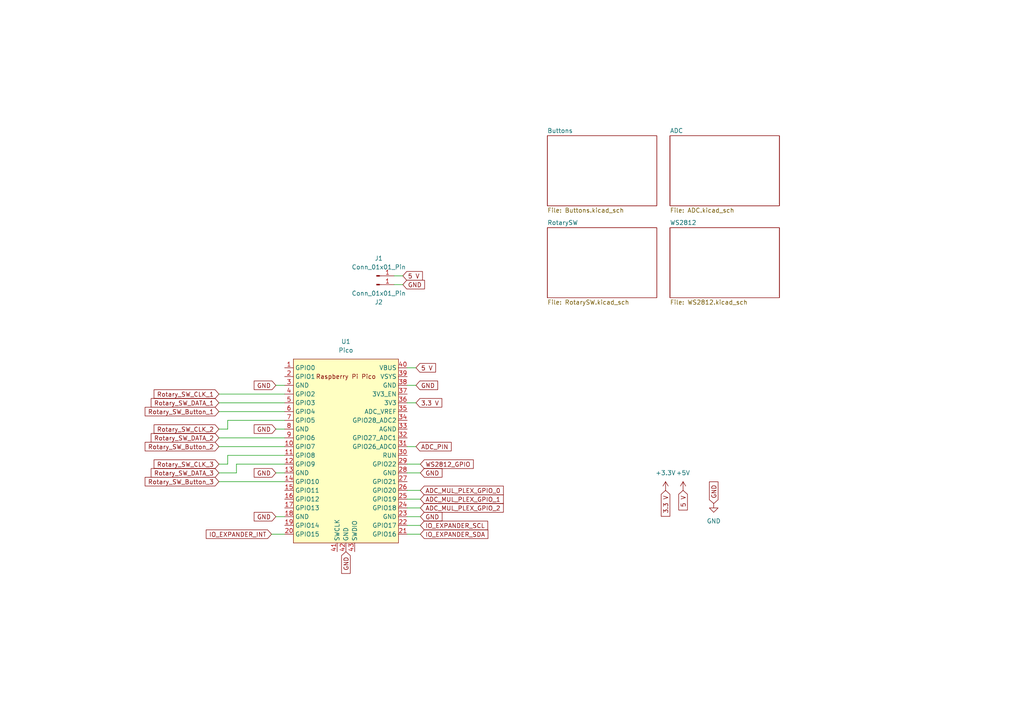
<source format=kicad_sch>
(kicad_sch
	(version 20231120)
	(generator "eeschema")
	(generator_version "8.0")
	(uuid "b764235d-842d-41df-960a-a32e4258c2ec")
	(paper "A4")
	(lib_symbols
		(symbol "Connector:Conn_01x01_Pin"
			(pin_names
				(offset 1.016) hide)
			(exclude_from_sim no)
			(in_bom yes)
			(on_board yes)
			(property "Reference" "J"
				(at 0 2.54 0)
				(effects
					(font
						(size 1.27 1.27)
					)
				)
			)
			(property "Value" "Conn_01x01_Pin"
				(at 0 -2.54 0)
				(effects
					(font
						(size 1.27 1.27)
					)
				)
			)
			(property "Footprint" ""
				(at 0 0 0)
				(effects
					(font
						(size 1.27 1.27)
					)
					(hide yes)
				)
			)
			(property "Datasheet" "~"
				(at 0 0 0)
				(effects
					(font
						(size 1.27 1.27)
					)
					(hide yes)
				)
			)
			(property "Description" "Generic connector, single row, 01x01, script generated"
				(at 0 0 0)
				(effects
					(font
						(size 1.27 1.27)
					)
					(hide yes)
				)
			)
			(property "ki_locked" ""
				(at 0 0 0)
				(effects
					(font
						(size 1.27 1.27)
					)
				)
			)
			(property "ki_keywords" "connector"
				(at 0 0 0)
				(effects
					(font
						(size 1.27 1.27)
					)
					(hide yes)
				)
			)
			(property "ki_fp_filters" "Connector*:*_1x??_*"
				(at 0 0 0)
				(effects
					(font
						(size 1.27 1.27)
					)
					(hide yes)
				)
			)
			(symbol "Conn_01x01_Pin_1_1"
				(polyline
					(pts
						(xy 1.27 0) (xy 0.8636 0)
					)
					(stroke
						(width 0.1524)
						(type default)
					)
					(fill
						(type none)
					)
				)
				(rectangle
					(start 0.8636 0.127)
					(end 0 -0.127)
					(stroke
						(width 0.1524)
						(type default)
					)
					(fill
						(type outline)
					)
				)
				(pin passive line
					(at 5.08 0 180)
					(length 3.81)
					(name "Pin_1"
						(effects
							(font
								(size 1.27 1.27)
							)
						)
					)
					(number "1"
						(effects
							(font
								(size 1.27 1.27)
							)
						)
					)
				)
			)
		)
		(symbol "MCU_RaspberryPi_and_Boards:Pico"
			(exclude_from_sim no)
			(in_bom yes)
			(on_board yes)
			(property "Reference" "U"
				(at -13.97 27.94 0)
				(effects
					(font
						(size 1.27 1.27)
					)
				)
			)
			(property "Value" "Pico"
				(at 0 19.05 0)
				(effects
					(font
						(size 1.27 1.27)
					)
				)
			)
			(property "Footprint" "RPi_Pico:RPi_Pico_SMD_TH"
				(at 0 0 90)
				(effects
					(font
						(size 1.27 1.27)
					)
					(hide yes)
				)
			)
			(property "Datasheet" ""
				(at 0 0 0)
				(effects
					(font
						(size 1.27 1.27)
					)
					(hide yes)
				)
			)
			(property "Description" ""
				(at 0 0 0)
				(effects
					(font
						(size 1.27 1.27)
					)
					(hide yes)
				)
			)
			(symbol "Pico_0_0"
				(text "Raspberry Pi Pico"
					(at 0 21.59 0)
					(effects
						(font
							(size 1.27 1.27)
						)
					)
				)
			)
			(symbol "Pico_0_1"
				(rectangle
					(start -15.24 26.67)
					(end 15.24 -26.67)
					(stroke
						(width 0)
						(type default)
					)
					(fill
						(type background)
					)
				)
			)
			(symbol "Pico_1_1"
				(pin bidirectional line
					(at -17.78 24.13 0)
					(length 2.54)
					(name "GPIO0"
						(effects
							(font
								(size 1.27 1.27)
							)
						)
					)
					(number "1"
						(effects
							(font
								(size 1.27 1.27)
							)
						)
					)
				)
				(pin bidirectional line
					(at -17.78 1.27 0)
					(length 2.54)
					(name "GPIO7"
						(effects
							(font
								(size 1.27 1.27)
							)
						)
					)
					(number "10"
						(effects
							(font
								(size 1.27 1.27)
							)
						)
					)
				)
				(pin bidirectional line
					(at -17.78 -1.27 0)
					(length 2.54)
					(name "GPIO8"
						(effects
							(font
								(size 1.27 1.27)
							)
						)
					)
					(number "11"
						(effects
							(font
								(size 1.27 1.27)
							)
						)
					)
				)
				(pin bidirectional line
					(at -17.78 -3.81 0)
					(length 2.54)
					(name "GPIO9"
						(effects
							(font
								(size 1.27 1.27)
							)
						)
					)
					(number "12"
						(effects
							(font
								(size 1.27 1.27)
							)
						)
					)
				)
				(pin power_in line
					(at -17.78 -6.35 0)
					(length 2.54)
					(name "GND"
						(effects
							(font
								(size 1.27 1.27)
							)
						)
					)
					(number "13"
						(effects
							(font
								(size 1.27 1.27)
							)
						)
					)
				)
				(pin bidirectional line
					(at -17.78 -8.89 0)
					(length 2.54)
					(name "GPIO10"
						(effects
							(font
								(size 1.27 1.27)
							)
						)
					)
					(number "14"
						(effects
							(font
								(size 1.27 1.27)
							)
						)
					)
				)
				(pin bidirectional line
					(at -17.78 -11.43 0)
					(length 2.54)
					(name "GPIO11"
						(effects
							(font
								(size 1.27 1.27)
							)
						)
					)
					(number "15"
						(effects
							(font
								(size 1.27 1.27)
							)
						)
					)
				)
				(pin bidirectional line
					(at -17.78 -13.97 0)
					(length 2.54)
					(name "GPIO12"
						(effects
							(font
								(size 1.27 1.27)
							)
						)
					)
					(number "16"
						(effects
							(font
								(size 1.27 1.27)
							)
						)
					)
				)
				(pin bidirectional line
					(at -17.78 -16.51 0)
					(length 2.54)
					(name "GPIO13"
						(effects
							(font
								(size 1.27 1.27)
							)
						)
					)
					(number "17"
						(effects
							(font
								(size 1.27 1.27)
							)
						)
					)
				)
				(pin power_in line
					(at -17.78 -19.05 0)
					(length 2.54)
					(name "GND"
						(effects
							(font
								(size 1.27 1.27)
							)
						)
					)
					(number "18"
						(effects
							(font
								(size 1.27 1.27)
							)
						)
					)
				)
				(pin bidirectional line
					(at -17.78 -21.59 0)
					(length 2.54)
					(name "GPIO14"
						(effects
							(font
								(size 1.27 1.27)
							)
						)
					)
					(number "19"
						(effects
							(font
								(size 1.27 1.27)
							)
						)
					)
				)
				(pin bidirectional line
					(at -17.78 21.59 0)
					(length 2.54)
					(name "GPIO1"
						(effects
							(font
								(size 1.27 1.27)
							)
						)
					)
					(number "2"
						(effects
							(font
								(size 1.27 1.27)
							)
						)
					)
				)
				(pin bidirectional line
					(at -17.78 -24.13 0)
					(length 2.54)
					(name "GPIO15"
						(effects
							(font
								(size 1.27 1.27)
							)
						)
					)
					(number "20"
						(effects
							(font
								(size 1.27 1.27)
							)
						)
					)
				)
				(pin bidirectional line
					(at 17.78 -24.13 180)
					(length 2.54)
					(name "GPIO16"
						(effects
							(font
								(size 1.27 1.27)
							)
						)
					)
					(number "21"
						(effects
							(font
								(size 1.27 1.27)
							)
						)
					)
				)
				(pin bidirectional line
					(at 17.78 -21.59 180)
					(length 2.54)
					(name "GPIO17"
						(effects
							(font
								(size 1.27 1.27)
							)
						)
					)
					(number "22"
						(effects
							(font
								(size 1.27 1.27)
							)
						)
					)
				)
				(pin power_in line
					(at 17.78 -19.05 180)
					(length 2.54)
					(name "GND"
						(effects
							(font
								(size 1.27 1.27)
							)
						)
					)
					(number "23"
						(effects
							(font
								(size 1.27 1.27)
							)
						)
					)
				)
				(pin bidirectional line
					(at 17.78 -16.51 180)
					(length 2.54)
					(name "GPIO18"
						(effects
							(font
								(size 1.27 1.27)
							)
						)
					)
					(number "24"
						(effects
							(font
								(size 1.27 1.27)
							)
						)
					)
				)
				(pin bidirectional line
					(at 17.78 -13.97 180)
					(length 2.54)
					(name "GPIO19"
						(effects
							(font
								(size 1.27 1.27)
							)
						)
					)
					(number "25"
						(effects
							(font
								(size 1.27 1.27)
							)
						)
					)
				)
				(pin bidirectional line
					(at 17.78 -11.43 180)
					(length 2.54)
					(name "GPIO20"
						(effects
							(font
								(size 1.27 1.27)
							)
						)
					)
					(number "26"
						(effects
							(font
								(size 1.27 1.27)
							)
						)
					)
				)
				(pin bidirectional line
					(at 17.78 -8.89 180)
					(length 2.54)
					(name "GPIO21"
						(effects
							(font
								(size 1.27 1.27)
							)
						)
					)
					(number "27"
						(effects
							(font
								(size 1.27 1.27)
							)
						)
					)
				)
				(pin power_in line
					(at 17.78 -6.35 180)
					(length 2.54)
					(name "GND"
						(effects
							(font
								(size 1.27 1.27)
							)
						)
					)
					(number "28"
						(effects
							(font
								(size 1.27 1.27)
							)
						)
					)
				)
				(pin bidirectional line
					(at 17.78 -3.81 180)
					(length 2.54)
					(name "GPIO22"
						(effects
							(font
								(size 1.27 1.27)
							)
						)
					)
					(number "29"
						(effects
							(font
								(size 1.27 1.27)
							)
						)
					)
				)
				(pin power_in line
					(at -17.78 19.05 0)
					(length 2.54)
					(name "GND"
						(effects
							(font
								(size 1.27 1.27)
							)
						)
					)
					(number "3"
						(effects
							(font
								(size 1.27 1.27)
							)
						)
					)
				)
				(pin input line
					(at 17.78 -1.27 180)
					(length 2.54)
					(name "RUN"
						(effects
							(font
								(size 1.27 1.27)
							)
						)
					)
					(number "30"
						(effects
							(font
								(size 1.27 1.27)
							)
						)
					)
				)
				(pin bidirectional line
					(at 17.78 1.27 180)
					(length 2.54)
					(name "GPIO26_ADC0"
						(effects
							(font
								(size 1.27 1.27)
							)
						)
					)
					(number "31"
						(effects
							(font
								(size 1.27 1.27)
							)
						)
					)
				)
				(pin bidirectional line
					(at 17.78 3.81 180)
					(length 2.54)
					(name "GPIO27_ADC1"
						(effects
							(font
								(size 1.27 1.27)
							)
						)
					)
					(number "32"
						(effects
							(font
								(size 1.27 1.27)
							)
						)
					)
				)
				(pin power_in line
					(at 17.78 6.35 180)
					(length 2.54)
					(name "AGND"
						(effects
							(font
								(size 1.27 1.27)
							)
						)
					)
					(number "33"
						(effects
							(font
								(size 1.27 1.27)
							)
						)
					)
				)
				(pin bidirectional line
					(at 17.78 8.89 180)
					(length 2.54)
					(name "GPIO28_ADC2"
						(effects
							(font
								(size 1.27 1.27)
							)
						)
					)
					(number "34"
						(effects
							(font
								(size 1.27 1.27)
							)
						)
					)
				)
				(pin power_in line
					(at 17.78 11.43 180)
					(length 2.54)
					(name "ADC_VREF"
						(effects
							(font
								(size 1.27 1.27)
							)
						)
					)
					(number "35"
						(effects
							(font
								(size 1.27 1.27)
							)
						)
					)
				)
				(pin power_in line
					(at 17.78 13.97 180)
					(length 2.54)
					(name "3V3"
						(effects
							(font
								(size 1.27 1.27)
							)
						)
					)
					(number "36"
						(effects
							(font
								(size 1.27 1.27)
							)
						)
					)
				)
				(pin input line
					(at 17.78 16.51 180)
					(length 2.54)
					(name "3V3_EN"
						(effects
							(font
								(size 1.27 1.27)
							)
						)
					)
					(number "37"
						(effects
							(font
								(size 1.27 1.27)
							)
						)
					)
				)
				(pin bidirectional line
					(at 17.78 19.05 180)
					(length 2.54)
					(name "GND"
						(effects
							(font
								(size 1.27 1.27)
							)
						)
					)
					(number "38"
						(effects
							(font
								(size 1.27 1.27)
							)
						)
					)
				)
				(pin power_in line
					(at 17.78 21.59 180)
					(length 2.54)
					(name "VSYS"
						(effects
							(font
								(size 1.27 1.27)
							)
						)
					)
					(number "39"
						(effects
							(font
								(size 1.27 1.27)
							)
						)
					)
				)
				(pin bidirectional line
					(at -17.78 16.51 0)
					(length 2.54)
					(name "GPIO2"
						(effects
							(font
								(size 1.27 1.27)
							)
						)
					)
					(number "4"
						(effects
							(font
								(size 1.27 1.27)
							)
						)
					)
				)
				(pin power_in line
					(at 17.78 24.13 180)
					(length 2.54)
					(name "VBUS"
						(effects
							(font
								(size 1.27 1.27)
							)
						)
					)
					(number "40"
						(effects
							(font
								(size 1.27 1.27)
							)
						)
					)
				)
				(pin input line
					(at -2.54 -29.21 90)
					(length 2.54)
					(name "SWCLK"
						(effects
							(font
								(size 1.27 1.27)
							)
						)
					)
					(number "41"
						(effects
							(font
								(size 1.27 1.27)
							)
						)
					)
				)
				(pin power_in line
					(at 0 -29.21 90)
					(length 2.54)
					(name "GND"
						(effects
							(font
								(size 1.27 1.27)
							)
						)
					)
					(number "42"
						(effects
							(font
								(size 1.27 1.27)
							)
						)
					)
				)
				(pin bidirectional line
					(at 2.54 -29.21 90)
					(length 2.54)
					(name "SWDIO"
						(effects
							(font
								(size 1.27 1.27)
							)
						)
					)
					(number "43"
						(effects
							(font
								(size 1.27 1.27)
							)
						)
					)
				)
				(pin bidirectional line
					(at -17.78 13.97 0)
					(length 2.54)
					(name "GPIO3"
						(effects
							(font
								(size 1.27 1.27)
							)
						)
					)
					(number "5"
						(effects
							(font
								(size 1.27 1.27)
							)
						)
					)
				)
				(pin bidirectional line
					(at -17.78 11.43 0)
					(length 2.54)
					(name "GPIO4"
						(effects
							(font
								(size 1.27 1.27)
							)
						)
					)
					(number "6"
						(effects
							(font
								(size 1.27 1.27)
							)
						)
					)
				)
				(pin bidirectional line
					(at -17.78 8.89 0)
					(length 2.54)
					(name "GPIO5"
						(effects
							(font
								(size 1.27 1.27)
							)
						)
					)
					(number "7"
						(effects
							(font
								(size 1.27 1.27)
							)
						)
					)
				)
				(pin power_in line
					(at -17.78 6.35 0)
					(length 2.54)
					(name "GND"
						(effects
							(font
								(size 1.27 1.27)
							)
						)
					)
					(number "8"
						(effects
							(font
								(size 1.27 1.27)
							)
						)
					)
				)
				(pin bidirectional line
					(at -17.78 3.81 0)
					(length 2.54)
					(name "GPIO6"
						(effects
							(font
								(size 1.27 1.27)
							)
						)
					)
					(number "9"
						(effects
							(font
								(size 1.27 1.27)
							)
						)
					)
				)
			)
		)
		(symbol "power:+3.3V"
			(power)
			(pin_numbers hide)
			(pin_names
				(offset 0) hide)
			(exclude_from_sim no)
			(in_bom yes)
			(on_board yes)
			(property "Reference" "#PWR"
				(at 0 -3.81 0)
				(effects
					(font
						(size 1.27 1.27)
					)
					(hide yes)
				)
			)
			(property "Value" "+3.3V"
				(at 0 3.556 0)
				(effects
					(font
						(size 1.27 1.27)
					)
				)
			)
			(property "Footprint" ""
				(at 0 0 0)
				(effects
					(font
						(size 1.27 1.27)
					)
					(hide yes)
				)
			)
			(property "Datasheet" ""
				(at 0 0 0)
				(effects
					(font
						(size 1.27 1.27)
					)
					(hide yes)
				)
			)
			(property "Description" "Power symbol creates a global label with name \"+3.3V\""
				(at 0 0 0)
				(effects
					(font
						(size 1.27 1.27)
					)
					(hide yes)
				)
			)
			(property "ki_keywords" "global power"
				(at 0 0 0)
				(effects
					(font
						(size 1.27 1.27)
					)
					(hide yes)
				)
			)
			(symbol "+3.3V_0_1"
				(polyline
					(pts
						(xy -0.762 1.27) (xy 0 2.54)
					)
					(stroke
						(width 0)
						(type default)
					)
					(fill
						(type none)
					)
				)
				(polyline
					(pts
						(xy 0 0) (xy 0 2.54)
					)
					(stroke
						(width 0)
						(type default)
					)
					(fill
						(type none)
					)
				)
				(polyline
					(pts
						(xy 0 2.54) (xy 0.762 1.27)
					)
					(stroke
						(width 0)
						(type default)
					)
					(fill
						(type none)
					)
				)
			)
			(symbol "+3.3V_1_1"
				(pin power_in line
					(at 0 0 90)
					(length 0)
					(name "~"
						(effects
							(font
								(size 1.27 1.27)
							)
						)
					)
					(number "1"
						(effects
							(font
								(size 1.27 1.27)
							)
						)
					)
				)
			)
		)
		(symbol "power:+5V"
			(power)
			(pin_numbers hide)
			(pin_names
				(offset 0) hide)
			(exclude_from_sim no)
			(in_bom yes)
			(on_board yes)
			(property "Reference" "#PWR"
				(at 0 -3.81 0)
				(effects
					(font
						(size 1.27 1.27)
					)
					(hide yes)
				)
			)
			(property "Value" "+5V"
				(at 0 3.556 0)
				(effects
					(font
						(size 1.27 1.27)
					)
				)
			)
			(property "Footprint" ""
				(at 0 0 0)
				(effects
					(font
						(size 1.27 1.27)
					)
					(hide yes)
				)
			)
			(property "Datasheet" ""
				(at 0 0 0)
				(effects
					(font
						(size 1.27 1.27)
					)
					(hide yes)
				)
			)
			(property "Description" "Power symbol creates a global label with name \"+5V\""
				(at 0 0 0)
				(effects
					(font
						(size 1.27 1.27)
					)
					(hide yes)
				)
			)
			(property "ki_keywords" "global power"
				(at 0 0 0)
				(effects
					(font
						(size 1.27 1.27)
					)
					(hide yes)
				)
			)
			(symbol "+5V_0_1"
				(polyline
					(pts
						(xy -0.762 1.27) (xy 0 2.54)
					)
					(stroke
						(width 0)
						(type default)
					)
					(fill
						(type none)
					)
				)
				(polyline
					(pts
						(xy 0 0) (xy 0 2.54)
					)
					(stroke
						(width 0)
						(type default)
					)
					(fill
						(type none)
					)
				)
				(polyline
					(pts
						(xy 0 2.54) (xy 0.762 1.27)
					)
					(stroke
						(width 0)
						(type default)
					)
					(fill
						(type none)
					)
				)
			)
			(symbol "+5V_1_1"
				(pin power_in line
					(at 0 0 90)
					(length 0)
					(name "~"
						(effects
							(font
								(size 1.27 1.27)
							)
						)
					)
					(number "1"
						(effects
							(font
								(size 1.27 1.27)
							)
						)
					)
				)
			)
		)
		(symbol "power:GND"
			(power)
			(pin_numbers hide)
			(pin_names
				(offset 0) hide)
			(exclude_from_sim no)
			(in_bom yes)
			(on_board yes)
			(property "Reference" "#PWR"
				(at 0 -6.35 0)
				(effects
					(font
						(size 1.27 1.27)
					)
					(hide yes)
				)
			)
			(property "Value" "GND"
				(at 0 -3.81 0)
				(effects
					(font
						(size 1.27 1.27)
					)
				)
			)
			(property "Footprint" ""
				(at 0 0 0)
				(effects
					(font
						(size 1.27 1.27)
					)
					(hide yes)
				)
			)
			(property "Datasheet" ""
				(at 0 0 0)
				(effects
					(font
						(size 1.27 1.27)
					)
					(hide yes)
				)
			)
			(property "Description" "Power symbol creates a global label with name \"GND\" , ground"
				(at 0 0 0)
				(effects
					(font
						(size 1.27 1.27)
					)
					(hide yes)
				)
			)
			(property "ki_keywords" "global power"
				(at 0 0 0)
				(effects
					(font
						(size 1.27 1.27)
					)
					(hide yes)
				)
			)
			(symbol "GND_0_1"
				(polyline
					(pts
						(xy 0 0) (xy 0 -1.27) (xy 1.27 -1.27) (xy 0 -2.54) (xy -1.27 -1.27) (xy 0 -1.27)
					)
					(stroke
						(width 0)
						(type default)
					)
					(fill
						(type none)
					)
				)
			)
			(symbol "GND_1_1"
				(pin power_in line
					(at 0 0 270)
					(length 0)
					(name "~"
						(effects
							(font
								(size 1.27 1.27)
							)
						)
					)
					(number "1"
						(effects
							(font
								(size 1.27 1.27)
							)
						)
					)
				)
			)
		)
	)
	(wire
		(pts
			(xy 63.5 137.16) (xy 68.58 137.16)
		)
		(stroke
			(width 0)
			(type default)
		)
		(uuid "062a84db-93e5-4325-a8c8-d498a2c542b7")
	)
	(wire
		(pts
			(xy 121.92 144.78) (xy 118.11 144.78)
		)
		(stroke
			(width 0)
			(type default)
		)
		(uuid "0a65d2ba-4d6d-4add-93c2-e7f62b339322")
	)
	(wire
		(pts
			(xy 66.04 124.46) (xy 66.04 121.92)
		)
		(stroke
			(width 0)
			(type default)
		)
		(uuid "0afd1785-4435-4a43-b266-4ef4ac89b737")
	)
	(wire
		(pts
			(xy 63.5 134.62) (xy 66.04 134.62)
		)
		(stroke
			(width 0)
			(type default)
		)
		(uuid "130aae14-ecd9-40ca-86ad-af14e129b95b")
	)
	(wire
		(pts
			(xy 118.11 134.62) (xy 121.92 134.62)
		)
		(stroke
			(width 0)
			(type default)
		)
		(uuid "2a69c695-dd67-4f1d-9558-25ff3014dbd5")
	)
	(wire
		(pts
			(xy 80.01 111.76) (xy 82.55 111.76)
		)
		(stroke
			(width 0)
			(type default)
		)
		(uuid "3321e864-bea5-4889-9593-820d2b4377c8")
	)
	(wire
		(pts
			(xy 63.5 116.84) (xy 82.55 116.84)
		)
		(stroke
			(width 0)
			(type default)
		)
		(uuid "38355fbb-63ae-4a85-a3b2-9ce6c7b2baea")
	)
	(wire
		(pts
			(xy 82.55 134.62) (xy 68.58 134.62)
		)
		(stroke
			(width 0)
			(type default)
		)
		(uuid "3edc6d8e-0a2d-4088-a312-8f47c810bd97")
	)
	(wire
		(pts
			(xy 68.58 134.62) (xy 68.58 137.16)
		)
		(stroke
			(width 0)
			(type default)
		)
		(uuid "57019e79-ae26-4020-9199-df3117e66bb2")
	)
	(wire
		(pts
			(xy 66.04 132.08) (xy 82.55 132.08)
		)
		(stroke
			(width 0)
			(type default)
		)
		(uuid "58015842-dcbc-40d4-9e6b-4f9e4d69ff40")
	)
	(wire
		(pts
			(xy 63.5 129.54) (xy 82.55 129.54)
		)
		(stroke
			(width 0)
			(type default)
		)
		(uuid "58942f7a-569a-4207-b02e-bc04f045fb88")
	)
	(wire
		(pts
			(xy 80.01 124.46) (xy 82.55 124.46)
		)
		(stroke
			(width 0)
			(type default)
		)
		(uuid "5ba4b5ff-75b9-4afb-b50c-a5b7ad8d7ec3")
	)
	(wire
		(pts
			(xy 66.04 134.62) (xy 66.04 132.08)
		)
		(stroke
			(width 0)
			(type default)
		)
		(uuid "5f20c457-4ab2-4477-847b-8fb1876f95e2")
	)
	(wire
		(pts
			(xy 80.01 137.16) (xy 82.55 137.16)
		)
		(stroke
			(width 0)
			(type default)
		)
		(uuid "819cf82e-9064-4578-8cfc-a19b9667f68c")
	)
	(wire
		(pts
			(xy 118.11 152.4) (xy 121.92 152.4)
		)
		(stroke
			(width 0)
			(type default)
		)
		(uuid "853a6847-e87f-4bab-a20d-8f51a21f59e8")
	)
	(wire
		(pts
			(xy 118.11 154.94) (xy 121.92 154.94)
		)
		(stroke
			(width 0)
			(type default)
		)
		(uuid "87bfcddf-4f28-4165-b7d9-a1deb85d52bc")
	)
	(wire
		(pts
			(xy 63.5 127) (xy 82.55 127)
		)
		(stroke
			(width 0)
			(type default)
		)
		(uuid "8e724ced-b6e0-40de-963d-45d9eea3d91a")
	)
	(wire
		(pts
			(xy 63.5 114.3) (xy 82.55 114.3)
		)
		(stroke
			(width 0)
			(type default)
		)
		(uuid "8ebda15b-49ef-4ebd-9886-ea1e7b733083")
	)
	(wire
		(pts
			(xy 63.5 119.38) (xy 82.55 119.38)
		)
		(stroke
			(width 0)
			(type default)
		)
		(uuid "9f335d08-9b66-403f-8277-ea72b3d8813b")
	)
	(wire
		(pts
			(xy 121.92 147.32) (xy 118.11 147.32)
		)
		(stroke
			(width 0)
			(type default)
		)
		(uuid "ba22dead-57bf-4892-93d4-dddd3696b3e4")
	)
	(wire
		(pts
			(xy 116.84 82.55) (xy 114.3 82.55)
		)
		(stroke
			(width 0)
			(type default)
		)
		(uuid "bce361df-1aa8-431d-86be-c3842eb2db80")
	)
	(wire
		(pts
			(xy 78.74 154.94) (xy 82.55 154.94)
		)
		(stroke
			(width 0)
			(type default)
		)
		(uuid "bd6530c5-88ac-4c6d-a4bd-a8a7b9cbc85e")
	)
	(wire
		(pts
			(xy 120.65 129.54) (xy 118.11 129.54)
		)
		(stroke
			(width 0)
			(type default)
		)
		(uuid "bef3ae1a-9487-4793-beb6-0169aa5de52f")
	)
	(wire
		(pts
			(xy 80.01 149.86) (xy 82.55 149.86)
		)
		(stroke
			(width 0)
			(type default)
		)
		(uuid "c0a5d99a-ae41-4751-a3e4-4314c5e6e5d0")
	)
	(wire
		(pts
			(xy 120.65 116.84) (xy 118.11 116.84)
		)
		(stroke
			(width 0)
			(type default)
		)
		(uuid "c17a34ec-5f30-4ddb-beac-551aa7235c71")
	)
	(wire
		(pts
			(xy 120.65 106.68) (xy 118.11 106.68)
		)
		(stroke
			(width 0)
			(type default)
		)
		(uuid "c54816ed-791a-407c-9202-d263bc7adffc")
	)
	(wire
		(pts
			(xy 63.5 124.46) (xy 66.04 124.46)
		)
		(stroke
			(width 0)
			(type default)
		)
		(uuid "d806480a-a4d0-4888-9520-79441b7ca3c4")
	)
	(wire
		(pts
			(xy 121.92 137.16) (xy 118.11 137.16)
		)
		(stroke
			(width 0)
			(type default)
		)
		(uuid "e2c0f1df-99e7-4418-9d14-07b263a1213b")
	)
	(wire
		(pts
			(xy 82.55 121.92) (xy 66.04 121.92)
		)
		(stroke
			(width 0)
			(type default)
		)
		(uuid "eafa3895-2a79-4688-8dfd-013e05eb9022")
	)
	(wire
		(pts
			(xy 116.84 80.01) (xy 114.3 80.01)
		)
		(stroke
			(width 0)
			(type default)
		)
		(uuid "ef3eb385-0238-48b9-b3a3-d613b373053c")
	)
	(wire
		(pts
			(xy 121.92 142.24) (xy 118.11 142.24)
		)
		(stroke
			(width 0)
			(type default)
		)
		(uuid "f152250f-2008-4a6b-b3c5-cd86c23abd28")
	)
	(wire
		(pts
			(xy 63.5 139.7) (xy 82.55 139.7)
		)
		(stroke
			(width 0)
			(type default)
		)
		(uuid "f255ea84-7441-45c7-a0fd-a82280457d1d")
	)
	(wire
		(pts
			(xy 121.92 149.86) (xy 118.11 149.86)
		)
		(stroke
			(width 0)
			(type default)
		)
		(uuid "f682215e-4be7-4146-b043-3b83ee3ac117")
	)
	(wire
		(pts
			(xy 120.65 111.76) (xy 118.11 111.76)
		)
		(stroke
			(width 0)
			(type default)
		)
		(uuid "fe640530-4316-46cb-939f-a1217641f945")
	)
	(global_label "3.3 V"
		(shape input)
		(at 193.04 142.24 270)
		(fields_autoplaced yes)
		(effects
			(font
				(size 1.27 1.27)
			)
			(justify right)
		)
		(uuid "0b8ab3b0-2337-4912-aeb3-ee44e38c537e")
		(property "Intersheetrefs" "${INTERSHEET_REFS}"
			(at 193.04 150.3052 90)
			(effects
				(font
					(size 1.27 1.27)
				)
				(justify right)
				(hide yes)
			)
		)
	)
	(global_label "GND"
		(shape input)
		(at 80.01 111.76 180)
		(fields_autoplaced yes)
		(effects
			(font
				(size 1.27 1.27)
			)
			(justify right)
		)
		(uuid "0d0d96d3-9373-4546-93bd-ac4e51dc433d")
		(property "Intersheetrefs" "${INTERSHEET_REFS}"
			(at 73.1543 111.76 0)
			(effects
				(font
					(size 1.27 1.27)
				)
				(justify right)
				(hide yes)
			)
		)
	)
	(global_label "Rotary_SW_DATA_1"
		(shape input)
		(at 63.5 116.84 180)
		(fields_autoplaced yes)
		(effects
			(font
				(size 1.27 1.27)
			)
			(justify right)
		)
		(uuid "1ab716c0-cfc2-4b8a-8723-d115d7c29bf7")
		(property "Intersheetrefs" "${INTERSHEET_REFS}"
			(at 43.2793 116.84 0)
			(effects
				(font
					(size 1.27 1.27)
				)
				(justify right)
				(hide yes)
			)
		)
	)
	(global_label "GND"
		(shape input)
		(at 80.01 149.86 180)
		(fields_autoplaced yes)
		(effects
			(font
				(size 1.27 1.27)
			)
			(justify right)
		)
		(uuid "3bac63e3-8ce4-4a57-995e-7e7ab1c95540")
		(property "Intersheetrefs" "${INTERSHEET_REFS}"
			(at 73.1543 149.86 0)
			(effects
				(font
					(size 1.27 1.27)
				)
				(justify right)
				(hide yes)
			)
		)
	)
	(global_label "5 V"
		(shape input)
		(at 120.65 106.68 0)
		(fields_autoplaced yes)
		(effects
			(font
				(size 1.27 1.27)
			)
			(justify left)
		)
		(uuid "3d29fc51-1734-4d16-ae87-9a25e5ed27bc")
		(property "Intersheetrefs" "${INTERSHEET_REFS}"
			(at 126.9009 106.68 0)
			(effects
				(font
					(size 1.27 1.27)
				)
				(justify left)
				(hide yes)
			)
		)
	)
	(global_label "Rotary_SW_DATA_3"
		(shape input)
		(at 63.5 137.16 180)
		(fields_autoplaced yes)
		(effects
			(font
				(size 1.27 1.27)
			)
			(justify right)
		)
		(uuid "441bb4bc-6297-422c-a8bd-2c2d58c3c20a")
		(property "Intersheetrefs" "${INTERSHEET_REFS}"
			(at 43.2793 137.16 0)
			(effects
				(font
					(size 1.27 1.27)
				)
				(justify right)
				(hide yes)
			)
		)
	)
	(global_label "WS2812_GPIO"
		(shape input)
		(at 121.92 134.62 0)
		(fields_autoplaced yes)
		(effects
			(font
				(size 1.27 1.27)
			)
			(justify left)
		)
		(uuid "504b6c5c-544c-4889-b51d-5e644e124e43")
		(property "Intersheetrefs" "${INTERSHEET_REFS}"
			(at 137.847 134.62 0)
			(effects
				(font
					(size 1.27 1.27)
				)
				(justify left)
				(hide yes)
			)
		)
	)
	(global_label "Rotary_SW_Button_3"
		(shape input)
		(at 63.5 139.7 180)
		(fields_autoplaced yes)
		(effects
			(font
				(size 1.27 1.27)
			)
			(justify right)
		)
		(uuid "5a60aee9-b8b6-4e83-85ac-405c05575655")
		(property "Intersheetrefs" "${INTERSHEET_REFS}"
			(at 41.5257 139.7 0)
			(effects
				(font
					(size 1.27 1.27)
				)
				(justify right)
				(hide yes)
			)
		)
	)
	(global_label "IO_EXPANDER_SCL"
		(shape input)
		(at 121.92 152.4 0)
		(fields_autoplaced yes)
		(effects
			(font
				(size 1.27 1.27)
			)
			(justify left)
		)
		(uuid "61f7a58c-42ea-4596-9294-38c0544d5d5a")
		(property "Intersheetrefs" "${INTERSHEET_REFS}"
			(at 142.0199 152.4 0)
			(effects
				(font
					(size 1.27 1.27)
				)
				(justify left)
				(hide yes)
			)
		)
	)
	(global_label "GND"
		(shape input)
		(at 100.33 160.02 270)
		(fields_autoplaced yes)
		(effects
			(font
				(size 1.27 1.27)
			)
			(justify right)
		)
		(uuid "6cccf34e-0e7b-4357-9235-f55b31a9517b")
		(property "Intersheetrefs" "${INTERSHEET_REFS}"
			(at 100.33 166.8757 90)
			(effects
				(font
					(size 1.27 1.27)
				)
				(justify right)
				(hide yes)
			)
		)
	)
	(global_label "GND"
		(shape input)
		(at 121.92 149.86 0)
		(fields_autoplaced yes)
		(effects
			(font
				(size 1.27 1.27)
			)
			(justify left)
		)
		(uuid "70bf7e88-62b8-4264-bf63-2e11e086e41b")
		(property "Intersheetrefs" "${INTERSHEET_REFS}"
			(at 128.7757 149.86 0)
			(effects
				(font
					(size 1.27 1.27)
				)
				(justify left)
				(hide yes)
			)
		)
	)
	(global_label "IO_EXPANDER_SDA"
		(shape input)
		(at 121.92 154.94 0)
		(fields_autoplaced yes)
		(effects
			(font
				(size 1.27 1.27)
			)
			(justify left)
		)
		(uuid "7aa1bc9f-fdef-4cac-a9ed-81d6d306081f")
		(property "Intersheetrefs" "${INTERSHEET_REFS}"
			(at 142.0804 154.94 0)
			(effects
				(font
					(size 1.27 1.27)
				)
				(justify left)
				(hide yes)
			)
		)
	)
	(global_label "5 V"
		(shape input)
		(at 116.84 80.01 0)
		(fields_autoplaced yes)
		(effects
			(font
				(size 1.27 1.27)
			)
			(justify left)
		)
		(uuid "7b49d3a9-f332-48c3-92d2-656d72ed79b3")
		(property "Intersheetrefs" "${INTERSHEET_REFS}"
			(at 123.0909 80.01 0)
			(effects
				(font
					(size 1.27 1.27)
				)
				(justify left)
				(hide yes)
			)
		)
	)
	(global_label "Rotary_SW_CLK_1"
		(shape input)
		(at 63.5 114.3 180)
		(fields_autoplaced yes)
		(effects
			(font
				(size 1.27 1.27)
			)
			(justify right)
		)
		(uuid "7cb71306-bef0-4159-b87e-91b96c76ef04")
		(property "Intersheetrefs" "${INTERSHEET_REFS}"
			(at 44.126 114.3 0)
			(effects
				(font
					(size 1.27 1.27)
				)
				(justify right)
				(hide yes)
			)
		)
	)
	(global_label "Rotary_SW_CLK_2"
		(shape input)
		(at 63.5 124.46 180)
		(fields_autoplaced yes)
		(effects
			(font
				(size 1.27 1.27)
			)
			(justify right)
		)
		(uuid "7e521a5c-6ddb-424d-bb20-acabf4acf828")
		(property "Intersheetrefs" "${INTERSHEET_REFS}"
			(at 44.126 124.46 0)
			(effects
				(font
					(size 1.27 1.27)
				)
				(justify right)
				(hide yes)
			)
		)
	)
	(global_label "Rotary_SW_Button_1"
		(shape input)
		(at 63.5 119.38 180)
		(fields_autoplaced yes)
		(effects
			(font
				(size 1.27 1.27)
			)
			(justify right)
		)
		(uuid "7eaa8fe4-deeb-46bf-9e92-e945f26a63bf")
		(property "Intersheetrefs" "${INTERSHEET_REFS}"
			(at 41.5257 119.38 0)
			(effects
				(font
					(size 1.27 1.27)
				)
				(justify right)
				(hide yes)
			)
		)
	)
	(global_label "ADC_MUL_PLEX_GPIO_2"
		(shape input)
		(at 121.92 147.32 0)
		(fields_autoplaced yes)
		(effects
			(font
				(size 1.27 1.27)
			)
			(justify left)
		)
		(uuid "80e47cd1-d4a4-4833-9d12-cc44074f0bd2")
		(property "Intersheetrefs" "${INTERSHEET_REFS}"
			(at 146.5556 147.32 0)
			(effects
				(font
					(size 1.27 1.27)
				)
				(justify left)
				(hide yes)
			)
		)
	)
	(global_label "ADC_MUL_PLEX_GPIO_1"
		(shape input)
		(at 121.92 144.78 0)
		(fields_autoplaced yes)
		(effects
			(font
				(size 1.27 1.27)
			)
			(justify left)
		)
		(uuid "839f4875-e790-4b91-80f8-b63bb410b9cf")
		(property "Intersheetrefs" "${INTERSHEET_REFS}"
			(at 146.5556 144.78 0)
			(effects
				(font
					(size 1.27 1.27)
				)
				(justify left)
				(hide yes)
			)
		)
	)
	(global_label "ADC_MUL_PLEX_GPIO_0"
		(shape input)
		(at 121.92 142.24 0)
		(fields_autoplaced yes)
		(effects
			(font
				(size 1.27 1.27)
			)
			(justify left)
		)
		(uuid "84442713-621a-4053-b7d1-23d8f2f5615e")
		(property "Intersheetrefs" "${INTERSHEET_REFS}"
			(at 146.5556 142.24 0)
			(effects
				(font
					(size 1.27 1.27)
				)
				(justify left)
				(hide yes)
			)
		)
	)
	(global_label "5 V"
		(shape input)
		(at 198.12 142.24 270)
		(fields_autoplaced yes)
		(effects
			(font
				(size 1.27 1.27)
			)
			(justify right)
		)
		(uuid "89b8c0de-54be-4375-b01d-8b911a2b9c39")
		(property "Intersheetrefs" "${INTERSHEET_REFS}"
			(at 198.12 148.4909 90)
			(effects
				(font
					(size 1.27 1.27)
				)
				(justify right)
				(hide yes)
			)
		)
	)
	(global_label "Rotary_SW_Button_2"
		(shape input)
		(at 63.5 129.54 180)
		(fields_autoplaced yes)
		(effects
			(font
				(size 1.27 1.27)
			)
			(justify right)
		)
		(uuid "98f776c1-958a-4a7a-a4e8-5940028c42af")
		(property "Intersheetrefs" "${INTERSHEET_REFS}"
			(at 41.5257 129.54 0)
			(effects
				(font
					(size 1.27 1.27)
				)
				(justify right)
				(hide yes)
			)
		)
	)
	(global_label "GND"
		(shape input)
		(at 80.01 137.16 180)
		(fields_autoplaced yes)
		(effects
			(font
				(size 1.27 1.27)
			)
			(justify right)
		)
		(uuid "99014319-8182-4cfc-8664-d4ae16203a6e")
		(property "Intersheetrefs" "${INTERSHEET_REFS}"
			(at 73.1543 137.16 0)
			(effects
				(font
					(size 1.27 1.27)
				)
				(justify right)
				(hide yes)
			)
		)
	)
	(global_label "Rotary_SW_CLK_3"
		(shape input)
		(at 63.5 134.62 180)
		(fields_autoplaced yes)
		(effects
			(font
				(size 1.27 1.27)
			)
			(justify right)
		)
		(uuid "9dfff696-6b2c-4ab3-abc9-c538f6b8b472")
		(property "Intersheetrefs" "${INTERSHEET_REFS}"
			(at 44.126 134.62 0)
			(effects
				(font
					(size 1.27 1.27)
				)
				(justify right)
				(hide yes)
			)
		)
	)
	(global_label "GND"
		(shape input)
		(at 120.65 111.76 0)
		(fields_autoplaced yes)
		(effects
			(font
				(size 1.27 1.27)
			)
			(justify left)
		)
		(uuid "a615eb17-dc98-4bc2-bf84-ac6de22a2196")
		(property "Intersheetrefs" "${INTERSHEET_REFS}"
			(at 127.5057 111.76 0)
			(effects
				(font
					(size 1.27 1.27)
				)
				(justify left)
				(hide yes)
			)
		)
	)
	(global_label "GND"
		(shape input)
		(at 121.92 137.16 0)
		(fields_autoplaced yes)
		(effects
			(font
				(size 1.27 1.27)
			)
			(justify left)
		)
		(uuid "a980e398-4c75-425b-be4b-214265856c31")
		(property "Intersheetrefs" "${INTERSHEET_REFS}"
			(at 128.7757 137.16 0)
			(effects
				(font
					(size 1.27 1.27)
				)
				(justify left)
				(hide yes)
			)
		)
	)
	(global_label "3.3 V"
		(shape input)
		(at 120.65 116.84 0)
		(fields_autoplaced yes)
		(effects
			(font
				(size 1.27 1.27)
			)
			(justify left)
		)
		(uuid "bafe48da-ae49-47c4-ad7b-72d31b83c46c")
		(property "Intersheetrefs" "${INTERSHEET_REFS}"
			(at 128.7152 116.84 0)
			(effects
				(font
					(size 1.27 1.27)
				)
				(justify left)
				(hide yes)
			)
		)
	)
	(global_label "GND"
		(shape input)
		(at 116.84 82.55 0)
		(fields_autoplaced yes)
		(effects
			(font
				(size 1.27 1.27)
			)
			(justify left)
		)
		(uuid "bc296d1c-81dd-43f1-bd89-b5c711379ccd")
		(property "Intersheetrefs" "${INTERSHEET_REFS}"
			(at 123.6957 82.55 0)
			(effects
				(font
					(size 1.27 1.27)
				)
				(justify left)
				(hide yes)
			)
		)
	)
	(global_label "ADC_PIN"
		(shape input)
		(at 120.65 129.54 0)
		(fields_autoplaced yes)
		(effects
			(font
				(size 1.27 1.27)
			)
			(justify left)
		)
		(uuid "c76c214f-9a59-4424-b8d4-de1b2929d60a")
		(property "Intersheetrefs" "${INTERSHEET_REFS}"
			(at 131.4367 129.54 0)
			(effects
				(font
					(size 1.27 1.27)
				)
				(justify left)
				(hide yes)
			)
		)
	)
	(global_label "GND"
		(shape input)
		(at 80.01 124.46 180)
		(fields_autoplaced yes)
		(effects
			(font
				(size 1.27 1.27)
			)
			(justify right)
		)
		(uuid "e4e465e3-103d-4388-97f3-8aafc444c8c6")
		(property "Intersheetrefs" "${INTERSHEET_REFS}"
			(at 73.1543 124.46 0)
			(effects
				(font
					(size 1.27 1.27)
				)
				(justify right)
				(hide yes)
			)
		)
	)
	(global_label "Rotary_SW_DATA_2"
		(shape input)
		(at 63.5 127 180)
		(fields_autoplaced yes)
		(effects
			(font
				(size 1.27 1.27)
			)
			(justify right)
		)
		(uuid "e93a9368-8c71-42f6-8b17-d8d79cef2189")
		(property "Intersheetrefs" "${INTERSHEET_REFS}"
			(at 43.2793 127 0)
			(effects
				(font
					(size 1.27 1.27)
				)
				(justify right)
				(hide yes)
			)
		)
	)
	(global_label "IO_EXPANDER_INT"
		(shape input)
		(at 78.74 154.94 180)
		(fields_autoplaced yes)
		(effects
			(font
				(size 1.27 1.27)
			)
			(justify right)
		)
		(uuid "eca61f42-d9d5-48fc-9f39-4807f99d4852")
		(property "Intersheetrefs" "${INTERSHEET_REFS}"
			(at 59.2448 154.94 0)
			(effects
				(font
					(size 1.27 1.27)
				)
				(justify right)
				(hide yes)
			)
		)
	)
	(global_label "GND"
		(shape input)
		(at 207.01 146.05 90)
		(fields_autoplaced yes)
		(effects
			(font
				(size 1.27 1.27)
			)
			(justify left)
		)
		(uuid "faa9f20c-f64b-4219-87f7-550269f296cf")
		(property "Intersheetrefs" "${INTERSHEET_REFS}"
			(at 207.01 139.1943 90)
			(effects
				(font
					(size 1.27 1.27)
				)
				(justify left)
				(hide yes)
			)
		)
	)
	(symbol
		(lib_id "power:+5V")
		(at 198.12 142.24 0)
		(unit 1)
		(exclude_from_sim no)
		(in_bom yes)
		(on_board yes)
		(dnp no)
		(fields_autoplaced yes)
		(uuid "04adfcb2-805d-4d09-b572-84f80c773b1d")
		(property "Reference" "#PWR01"
			(at 198.12 146.05 0)
			(effects
				(font
					(size 1.27 1.27)
				)
				(hide yes)
			)
		)
		(property "Value" "+5V"
			(at 198.12 137.16 0)
			(effects
				(font
					(size 1.27 1.27)
				)
			)
		)
		(property "Footprint" ""
			(at 198.12 142.24 0)
			(effects
				(font
					(size 1.27 1.27)
				)
				(hide yes)
			)
		)
		(property "Datasheet" ""
			(at 198.12 142.24 0)
			(effects
				(font
					(size 1.27 1.27)
				)
				(hide yes)
			)
		)
		(property "Description" "Power symbol creates a global label with name \"+5V\""
			(at 198.12 142.24 0)
			(effects
				(font
					(size 1.27 1.27)
				)
				(hide yes)
			)
		)
		(pin "1"
			(uuid "9b2e02b6-2e77-4402-bc69-6d06d713464e")
		)
		(instances
			(project ""
				(path "/b764235d-842d-41df-960a-a32e4258c2ec"
					(reference "#PWR01")
					(unit 1)
				)
			)
		)
	)
	(symbol
		(lib_id "Connector:Conn_01x01_Pin")
		(at 109.22 82.55 0)
		(mirror x)
		(unit 1)
		(exclude_from_sim no)
		(in_bom yes)
		(on_board yes)
		(dnp no)
		(uuid "623f4a08-bc52-40b7-8d12-11f330336730")
		(property "Reference" "J2"
			(at 109.855 87.63 0)
			(effects
				(font
					(size 1.27 1.27)
				)
			)
		)
		(property "Value" "Conn_01x01_Pin"
			(at 109.855 85.09 0)
			(effects
				(font
					(size 1.27 1.27)
				)
			)
		)
		(property "Footprint" "TestPoint:TestPoint_Pad_3.0x3.0mm"
			(at 109.22 82.55 0)
			(effects
				(font
					(size 1.27 1.27)
				)
				(hide yes)
			)
		)
		(property "Datasheet" "~"
			(at 109.22 82.55 0)
			(effects
				(font
					(size 1.27 1.27)
				)
				(hide yes)
			)
		)
		(property "Description" "Generic connector, single row, 01x01, script generated"
			(at 109.22 82.55 0)
			(effects
				(font
					(size 1.27 1.27)
				)
				(hide yes)
			)
		)
		(pin "1"
			(uuid "2e4373a8-7df4-4475-9469-899a7ddd0d07")
		)
		(instances
			(project "main_pcb"
				(path "/b764235d-842d-41df-960a-a32e4258c2ec"
					(reference "J2")
					(unit 1)
				)
			)
		)
	)
	(symbol
		(lib_id "Connector:Conn_01x01_Pin")
		(at 109.22 80.01 0)
		(unit 1)
		(exclude_from_sim no)
		(in_bom yes)
		(on_board yes)
		(dnp no)
		(fields_autoplaced yes)
		(uuid "7b2ddc04-8f6a-4ae4-9143-4f1ce692c7b9")
		(property "Reference" "J1"
			(at 109.855 74.93 0)
			(effects
				(font
					(size 1.27 1.27)
				)
			)
		)
		(property "Value" "Conn_01x01_Pin"
			(at 109.855 77.47 0)
			(effects
				(font
					(size 1.27 1.27)
				)
			)
		)
		(property "Footprint" "TestPoint:TestPoint_Pad_3.0x3.0mm"
			(at 109.22 80.01 0)
			(effects
				(font
					(size 1.27 1.27)
				)
				(hide yes)
			)
		)
		(property "Datasheet" "~"
			(at 109.22 80.01 0)
			(effects
				(font
					(size 1.27 1.27)
				)
				(hide yes)
			)
		)
		(property "Description" "Generic connector, single row, 01x01, script generated"
			(at 109.22 80.01 0)
			(effects
				(font
					(size 1.27 1.27)
				)
				(hide yes)
			)
		)
		(pin "1"
			(uuid "6ba5966e-fea7-4862-ae64-4ce8cd5661ae")
		)
		(instances
			(project ""
				(path "/b764235d-842d-41df-960a-a32e4258c2ec"
					(reference "J1")
					(unit 1)
				)
			)
		)
	)
	(symbol
		(lib_id "power:+3.3V")
		(at 193.04 142.24 0)
		(unit 1)
		(exclude_from_sim no)
		(in_bom yes)
		(on_board yes)
		(dnp no)
		(fields_autoplaced yes)
		(uuid "94057c17-394c-4fbd-9f48-30cd5ed89861")
		(property "Reference" "#PWR03"
			(at 193.04 146.05 0)
			(effects
				(font
					(size 1.27 1.27)
				)
				(hide yes)
			)
		)
		(property "Value" "+3.3V"
			(at 193.04 137.16 0)
			(effects
				(font
					(size 1.27 1.27)
				)
			)
		)
		(property "Footprint" ""
			(at 193.04 142.24 0)
			(effects
				(font
					(size 1.27 1.27)
				)
				(hide yes)
			)
		)
		(property "Datasheet" ""
			(at 193.04 142.24 0)
			(effects
				(font
					(size 1.27 1.27)
				)
				(hide yes)
			)
		)
		(property "Description" "Power symbol creates a global label with name \"+3.3V\""
			(at 193.04 142.24 0)
			(effects
				(font
					(size 1.27 1.27)
				)
				(hide yes)
			)
		)
		(pin "1"
			(uuid "f25141be-af27-400d-bf29-e11bfb5371dd")
		)
		(instances
			(project ""
				(path "/b764235d-842d-41df-960a-a32e4258c2ec"
					(reference "#PWR03")
					(unit 1)
				)
			)
		)
	)
	(symbol
		(lib_id "power:GND")
		(at 207.01 146.05 0)
		(unit 1)
		(exclude_from_sim no)
		(in_bom yes)
		(on_board yes)
		(dnp no)
		(fields_autoplaced yes)
		(uuid "c9a2c292-58bd-4fa2-8739-5287e1630268")
		(property "Reference" "#PWR02"
			(at 207.01 152.4 0)
			(effects
				(font
					(size 1.27 1.27)
				)
				(hide yes)
			)
		)
		(property "Value" "GND"
			(at 207.01 151.13 0)
			(effects
				(font
					(size 1.27 1.27)
				)
			)
		)
		(property "Footprint" ""
			(at 207.01 146.05 0)
			(effects
				(font
					(size 1.27 1.27)
				)
				(hide yes)
			)
		)
		(property "Datasheet" ""
			(at 207.01 146.05 0)
			(effects
				(font
					(size 1.27 1.27)
				)
				(hide yes)
			)
		)
		(property "Description" "Power symbol creates a global label with name \"GND\" , ground"
			(at 207.01 146.05 0)
			(effects
				(font
					(size 1.27 1.27)
				)
				(hide yes)
			)
		)
		(pin "1"
			(uuid "e8c03ea6-c619-4702-99b9-f825d987685a")
		)
		(instances
			(project ""
				(path "/b764235d-842d-41df-960a-a32e4258c2ec"
					(reference "#PWR02")
					(unit 1)
				)
			)
		)
	)
	(symbol
		(lib_id "MCU_RaspberryPi_and_Boards:Pico")
		(at 100.33 130.81 0)
		(unit 1)
		(exclude_from_sim no)
		(in_bom yes)
		(on_board yes)
		(dnp no)
		(fields_autoplaced yes)
		(uuid "f0754813-85d1-4441-a409-932cbb0dcdc2")
		(property "Reference" "U1"
			(at 100.33 99.06 0)
			(effects
				(font
					(size 1.27 1.27)
				)
			)
		)
		(property "Value" "Pico"
			(at 100.33 101.6 0)
			(effects
				(font
					(size 1.27 1.27)
				)
			)
		)
		(property "Footprint" "MCU_RaspberryPi_and_Boards:RPi_Pico_SMD_TH"
			(at 100.33 130.81 90)
			(effects
				(font
					(size 1.27 1.27)
				)
				(hide yes)
			)
		)
		(property "Datasheet" ""
			(at 100.33 130.81 0)
			(effects
				(font
					(size 1.27 1.27)
				)
				(hide yes)
			)
		)
		(property "Description" ""
			(at 100.33 130.81 0)
			(effects
				(font
					(size 1.27 1.27)
				)
				(hide yes)
			)
		)
		(pin "12"
			(uuid "2026415c-e481-4694-869d-58e1540e40ac")
		)
		(pin "14"
			(uuid "d00e4c9d-f319-4ba8-a8f8-e85754ce3c15")
		)
		(pin "15"
			(uuid "90cc67f2-8ebd-4fe1-8517-ec45450f236d")
		)
		(pin "1"
			(uuid "6fec90a0-f0a3-4d84-afee-b8a98423e901")
		)
		(pin "10"
			(uuid "305dd224-06e0-498d-94c2-e3db1eddb8a7")
		)
		(pin "17"
			(uuid "56571c68-6da6-4540-99b5-7326a5e565a8")
		)
		(pin "16"
			(uuid "d2cf1b93-8841-40e7-bd53-e0eacb8abe96")
		)
		(pin "18"
			(uuid "32142bf7-b08b-4919-b3d4-49d9fb5a21ad")
		)
		(pin "19"
			(uuid "afb0d27d-7149-48ca-9c14-b219685894ca")
		)
		(pin "11"
			(uuid "d3d40280-41b3-467d-bb75-225cbd8866d6")
		)
		(pin "22"
			(uuid "5eaae019-5b74-4d14-a18f-1856ab6832e4")
		)
		(pin "23"
			(uuid "d7754570-5fbd-4a8e-912b-73c89131e2bc")
		)
		(pin "2"
			(uuid "7c55b071-ae12-4fd7-959e-76046c07c43c")
		)
		(pin "13"
			(uuid "c504504a-22ab-4b88-be39-0fc51113e544")
		)
		(pin "20"
			(uuid "e246b817-4451-4819-b5e2-5a9bcb28511d")
		)
		(pin "21"
			(uuid "ffcb918f-a556-422d-8fcb-f2e1abfe075a")
		)
		(pin "37"
			(uuid "a25a5a44-f8cd-48a5-8fbb-8702755b4e53")
		)
		(pin "32"
			(uuid "3b41763d-d7dd-4a79-be17-9585dd3ea750")
		)
		(pin "34"
			(uuid "6b21f27a-7484-4dae-a7c3-0e01572c01b5")
		)
		(pin "39"
			(uuid "a0c72150-2aa6-4fc8-9588-b9a331c1051d")
		)
		(pin "33"
			(uuid "947fd8b4-7fd9-49c1-bc66-4ac4d99233a5")
		)
		(pin "42"
			(uuid "334cc546-063d-4a0c-aad9-e554c2d13be9")
		)
		(pin "7"
			(uuid "58f3aca8-d2a8-445d-9fc1-8b2e986b69f8")
		)
		(pin "35"
			(uuid "f885fe0a-e0f1-487f-8806-102f8fce4129")
		)
		(pin "4"
			(uuid "57356032-2fa8-4444-8306-6f9d50fa42fe")
		)
		(pin "26"
			(uuid "774160d7-2f7f-439c-9aa0-6b2125f78356")
		)
		(pin "31"
			(uuid "d5ab01b3-80c0-4a6b-bb71-d8a230749cb9")
		)
		(pin "25"
			(uuid "781e3a85-5134-4606-8db4-3b7ae9f7ca6d")
		)
		(pin "43"
			(uuid "705050d0-5e71-4b60-9768-85a6a03f8b18")
		)
		(pin "6"
			(uuid "bda56c3d-9936-4700-b73c-731bfe00d8f8")
		)
		(pin "27"
			(uuid "40daacf0-64c0-46db-a486-33c630dbee88")
		)
		(pin "9"
			(uuid "3ffa5732-e6af-4015-923a-e3a5f644ba15")
		)
		(pin "5"
			(uuid "5320bb05-240b-40f8-ad8e-460961db9f00")
		)
		(pin "3"
			(uuid "ebc3d7f1-bba0-48ce-a820-546e3db49eb2")
		)
		(pin "38"
			(uuid "3ab7e520-4a8e-4ecf-8796-56ed9ec37dda")
		)
		(pin "30"
			(uuid "f9c087d8-8b62-4776-8469-0792b100b611")
		)
		(pin "28"
			(uuid "5969c501-0972-43d6-ad1a-00765d2c5f8f")
		)
		(pin "29"
			(uuid "5a97b0a4-54bf-49be-9920-07b36becae0a")
		)
		(pin "36"
			(uuid "f8fd4c00-d7fa-4b7b-a498-dc8fd367a8de")
		)
		(pin "24"
			(uuid "bd4d7381-3e3c-42a9-a6da-11ef17bcb61e")
		)
		(pin "41"
			(uuid "ce8a3a49-599c-4219-9576-7b78c38076b8")
		)
		(pin "40"
			(uuid "79e78b3a-5591-408c-9459-03f3d8c7eba9")
		)
		(pin "8"
			(uuid "917fdc53-95d7-441b-9176-1939b8a60654")
		)
		(instances
			(project ""
				(path "/b764235d-842d-41df-960a-a32e4258c2ec"
					(reference "U1")
					(unit 1)
				)
			)
		)
	)
	(sheet
		(at 194.31 66.04)
		(size 31.75 20.32)
		(fields_autoplaced yes)
		(stroke
			(width 0.1524)
			(type solid)
		)
		(fill
			(color 0 0 0 0.0000)
		)
		(uuid "33fcc98e-db31-4584-ac2d-d0bb4aa805ac")
		(property "Sheetname" "WS2812"
			(at 194.31 65.3284 0)
			(effects
				(font
					(size 1.27 1.27)
				)
				(justify left bottom)
			)
		)
		(property "Sheetfile" "WS2812.kicad_sch"
			(at 194.31 86.9446 0)
			(effects
				(font
					(size 1.27 1.27)
				)
				(justify left top)
			)
		)
		(instances
			(project "main_pcb"
				(path "/b764235d-842d-41df-960a-a32e4258c2ec"
					(page "5")
				)
			)
		)
	)
	(sheet
		(at 158.75 66.04)
		(size 31.75 20.32)
		(fields_autoplaced yes)
		(stroke
			(width 0.1524)
			(type solid)
		)
		(fill
			(color 0 0 0 0.0000)
		)
		(uuid "56e82540-e2b6-44d8-85c4-896b43117f50")
		(property "Sheetname" "RotarySW"
			(at 158.75 65.3284 0)
			(effects
				(font
					(size 1.27 1.27)
				)
				(justify left bottom)
			)
		)
		(property "Sheetfile" "RotarySW.kicad_sch"
			(at 158.75 86.9446 0)
			(effects
				(font
					(size 1.27 1.27)
				)
				(justify left top)
			)
		)
		(instances
			(project "main_pcb"
				(path "/b764235d-842d-41df-960a-a32e4258c2ec"
					(page "4")
				)
			)
		)
	)
	(sheet
		(at 194.31 39.37)
		(size 31.75 20.32)
		(fields_autoplaced yes)
		(stroke
			(width 0.1524)
			(type solid)
		)
		(fill
			(color 0 0 0 0.0000)
		)
		(uuid "f23f292d-bce7-4f3d-8f4f-e415aa1ad861")
		(property "Sheetname" "ADC"
			(at 194.31 38.6584 0)
			(effects
				(font
					(size 1.27 1.27)
				)
				(justify left bottom)
			)
		)
		(property "Sheetfile" "ADC.kicad_sch"
			(at 194.31 60.2746 0)
			(effects
				(font
					(size 1.27 1.27)
				)
				(justify left top)
			)
		)
		(instances
			(project "main_pcb"
				(path "/b764235d-842d-41df-960a-a32e4258c2ec"
					(page "2")
				)
			)
		)
	)
	(sheet
		(at 158.75 39.37)
		(size 31.75 20.32)
		(fields_autoplaced yes)
		(stroke
			(width 0.1524)
			(type solid)
		)
		(fill
			(color 0 0 0 0.0000)
		)
		(uuid "f6d77219-40c2-4030-a5e3-af0675a88f0e")
		(property "Sheetname" "Buttons"
			(at 158.75 38.6584 0)
			(effects
				(font
					(size 1.27 1.27)
				)
				(justify left bottom)
			)
		)
		(property "Sheetfile" "Buttons.kicad_sch"
			(at 158.75 60.2746 0)
			(effects
				(font
					(size 1.27 1.27)
				)
				(justify left top)
			)
		)
		(instances
			(project "main_pcb"
				(path "/b764235d-842d-41df-960a-a32e4258c2ec"
					(page "3")
				)
			)
		)
	)
	(sheet_instances
		(path "/"
			(page "1")
		)
	)
)

</source>
